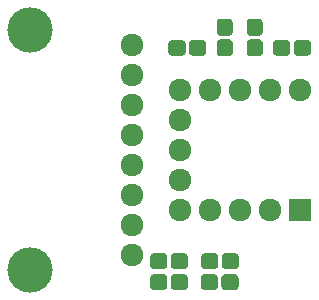
<source format=gbr>
G04 #@! TF.GenerationSoftware,KiCad,Pcbnew,(5.0.0)*
G04 #@! TF.CreationDate,2018-12-16T16:19:50-06:00*
G04 #@! TF.ProjectId,IMUBreakout_Hardware,494D55427265616B6F75745F48617264,rev?*
G04 #@! TF.SameCoordinates,Original*
G04 #@! TF.FileFunction,Soldermask,Top*
G04 #@! TF.FilePolarity,Negative*
%FSLAX46Y46*%
G04 Gerber Fmt 4.6, Leading zero omitted, Abs format (unit mm)*
G04 Created by KiCad (PCBNEW (5.0.0)) date 12/16/18 16:19:50*
%MOMM*%
%LPD*%
G01*
G04 APERTURE LIST*
%ADD10C,0.100000*%
%ADD11C,1.350000*%
%ADD12C,1.924000*%
%ADD13C,3.850000*%
%ADD14R,1.924000X1.924000*%
G04 APERTURE END LIST*
D10*
G04 #@! TO.C,R3*
G36*
X156072581Y-87925225D02*
X156105343Y-87930085D01*
X156137471Y-87938133D01*
X156168656Y-87949291D01*
X156198596Y-87963452D01*
X156227005Y-87980479D01*
X156253608Y-88000209D01*
X156278149Y-88022451D01*
X156300391Y-88046992D01*
X156320121Y-88073595D01*
X156337148Y-88102004D01*
X156351309Y-88131944D01*
X156362467Y-88163129D01*
X156370515Y-88195257D01*
X156375375Y-88228019D01*
X156377000Y-88261100D01*
X156377000Y-89036100D01*
X156375375Y-89069181D01*
X156370515Y-89101943D01*
X156362467Y-89134071D01*
X156351309Y-89165256D01*
X156337148Y-89195196D01*
X156320121Y-89223605D01*
X156300391Y-89250208D01*
X156278149Y-89274749D01*
X156253608Y-89296991D01*
X156227005Y-89316721D01*
X156198596Y-89333748D01*
X156168656Y-89347909D01*
X156137471Y-89359067D01*
X156105343Y-89367115D01*
X156072581Y-89371975D01*
X156039500Y-89373600D01*
X155364500Y-89373600D01*
X155331419Y-89371975D01*
X155298657Y-89367115D01*
X155266529Y-89359067D01*
X155235344Y-89347909D01*
X155205404Y-89333748D01*
X155176995Y-89316721D01*
X155150392Y-89296991D01*
X155125851Y-89274749D01*
X155103609Y-89250208D01*
X155083879Y-89223605D01*
X155066852Y-89195196D01*
X155052691Y-89165256D01*
X155041533Y-89134071D01*
X155033485Y-89101943D01*
X155028625Y-89069181D01*
X155027000Y-89036100D01*
X155027000Y-88261100D01*
X155028625Y-88228019D01*
X155033485Y-88195257D01*
X155041533Y-88163129D01*
X155052691Y-88131944D01*
X155066852Y-88102004D01*
X155083879Y-88073595D01*
X155103609Y-88046992D01*
X155125851Y-88022451D01*
X155150392Y-88000209D01*
X155176995Y-87980479D01*
X155205404Y-87963452D01*
X155235344Y-87949291D01*
X155266529Y-87938133D01*
X155298657Y-87930085D01*
X155331419Y-87925225D01*
X155364500Y-87923600D01*
X156039500Y-87923600D01*
X156072581Y-87925225D01*
X156072581Y-87925225D01*
G37*
D11*
X155702000Y-88648600D03*
D10*
G36*
X156072581Y-89675225D02*
X156105343Y-89680085D01*
X156137471Y-89688133D01*
X156168656Y-89699291D01*
X156198596Y-89713452D01*
X156227005Y-89730479D01*
X156253608Y-89750209D01*
X156278149Y-89772451D01*
X156300391Y-89796992D01*
X156320121Y-89823595D01*
X156337148Y-89852004D01*
X156351309Y-89881944D01*
X156362467Y-89913129D01*
X156370515Y-89945257D01*
X156375375Y-89978019D01*
X156377000Y-90011100D01*
X156377000Y-90786100D01*
X156375375Y-90819181D01*
X156370515Y-90851943D01*
X156362467Y-90884071D01*
X156351309Y-90915256D01*
X156337148Y-90945196D01*
X156320121Y-90973605D01*
X156300391Y-91000208D01*
X156278149Y-91024749D01*
X156253608Y-91046991D01*
X156227005Y-91066721D01*
X156198596Y-91083748D01*
X156168656Y-91097909D01*
X156137471Y-91109067D01*
X156105343Y-91117115D01*
X156072581Y-91121975D01*
X156039500Y-91123600D01*
X155364500Y-91123600D01*
X155331419Y-91121975D01*
X155298657Y-91117115D01*
X155266529Y-91109067D01*
X155235344Y-91097909D01*
X155205404Y-91083748D01*
X155176995Y-91066721D01*
X155150392Y-91046991D01*
X155125851Y-91024749D01*
X155103609Y-91000208D01*
X155083879Y-90973605D01*
X155066852Y-90945196D01*
X155052691Y-90915256D01*
X155041533Y-90884071D01*
X155033485Y-90851943D01*
X155028625Y-90819181D01*
X155027000Y-90786100D01*
X155027000Y-90011100D01*
X155028625Y-89978019D01*
X155033485Y-89945257D01*
X155041533Y-89913129D01*
X155052691Y-89881944D01*
X155066852Y-89852004D01*
X155083879Y-89823595D01*
X155103609Y-89796992D01*
X155125851Y-89772451D01*
X155150392Y-89750209D01*
X155176995Y-89730479D01*
X155205404Y-89713452D01*
X155235344Y-89699291D01*
X155266529Y-89688133D01*
X155298657Y-89680085D01*
X155331419Y-89675225D01*
X155364500Y-89673600D01*
X156039500Y-89673600D01*
X156072581Y-89675225D01*
X156072581Y-89675225D01*
G37*
D11*
X155702000Y-90398600D03*
G04 #@! TD*
D12*
G04 #@! TO.C,Conn1*
X147886958Y-107950000D03*
X147886958Y-105410000D03*
X147886958Y-102870000D03*
X147886958Y-100330000D03*
X147886958Y-97790000D03*
D13*
X139250958Y-109220000D03*
X139250958Y-88900000D03*
D12*
X147886958Y-95250000D03*
X147886958Y-92710000D03*
X147886958Y-90170000D03*
G04 #@! TD*
D10*
G04 #@! TO.C,R1*
G36*
X158612581Y-89675225D02*
X158645343Y-89680085D01*
X158677471Y-89688133D01*
X158708656Y-89699291D01*
X158738596Y-89713452D01*
X158767005Y-89730479D01*
X158793608Y-89750209D01*
X158818149Y-89772451D01*
X158840391Y-89796992D01*
X158860121Y-89823595D01*
X158877148Y-89852004D01*
X158891309Y-89881944D01*
X158902467Y-89913129D01*
X158910515Y-89945257D01*
X158915375Y-89978019D01*
X158917000Y-90011100D01*
X158917000Y-90786100D01*
X158915375Y-90819181D01*
X158910515Y-90851943D01*
X158902467Y-90884071D01*
X158891309Y-90915256D01*
X158877148Y-90945196D01*
X158860121Y-90973605D01*
X158840391Y-91000208D01*
X158818149Y-91024749D01*
X158793608Y-91046991D01*
X158767005Y-91066721D01*
X158738596Y-91083748D01*
X158708656Y-91097909D01*
X158677471Y-91109067D01*
X158645343Y-91117115D01*
X158612581Y-91121975D01*
X158579500Y-91123600D01*
X157904500Y-91123600D01*
X157871419Y-91121975D01*
X157838657Y-91117115D01*
X157806529Y-91109067D01*
X157775344Y-91097909D01*
X157745404Y-91083748D01*
X157716995Y-91066721D01*
X157690392Y-91046991D01*
X157665851Y-91024749D01*
X157643609Y-91000208D01*
X157623879Y-90973605D01*
X157606852Y-90945196D01*
X157592691Y-90915256D01*
X157581533Y-90884071D01*
X157573485Y-90851943D01*
X157568625Y-90819181D01*
X157567000Y-90786100D01*
X157567000Y-90011100D01*
X157568625Y-89978019D01*
X157573485Y-89945257D01*
X157581533Y-89913129D01*
X157592691Y-89881944D01*
X157606852Y-89852004D01*
X157623879Y-89823595D01*
X157643609Y-89796992D01*
X157665851Y-89772451D01*
X157690392Y-89750209D01*
X157716995Y-89730479D01*
X157745404Y-89713452D01*
X157775344Y-89699291D01*
X157806529Y-89688133D01*
X157838657Y-89680085D01*
X157871419Y-89675225D01*
X157904500Y-89673600D01*
X158579500Y-89673600D01*
X158612581Y-89675225D01*
X158612581Y-89675225D01*
G37*
D11*
X158242000Y-90398600D03*
D10*
G36*
X158612581Y-87925225D02*
X158645343Y-87930085D01*
X158677471Y-87938133D01*
X158708656Y-87949291D01*
X158738596Y-87963452D01*
X158767005Y-87980479D01*
X158793608Y-88000209D01*
X158818149Y-88022451D01*
X158840391Y-88046992D01*
X158860121Y-88073595D01*
X158877148Y-88102004D01*
X158891309Y-88131944D01*
X158902467Y-88163129D01*
X158910515Y-88195257D01*
X158915375Y-88228019D01*
X158917000Y-88261100D01*
X158917000Y-89036100D01*
X158915375Y-89069181D01*
X158910515Y-89101943D01*
X158902467Y-89134071D01*
X158891309Y-89165256D01*
X158877148Y-89195196D01*
X158860121Y-89223605D01*
X158840391Y-89250208D01*
X158818149Y-89274749D01*
X158793608Y-89296991D01*
X158767005Y-89316721D01*
X158738596Y-89333748D01*
X158708656Y-89347909D01*
X158677471Y-89359067D01*
X158645343Y-89367115D01*
X158612581Y-89371975D01*
X158579500Y-89373600D01*
X157904500Y-89373600D01*
X157871419Y-89371975D01*
X157838657Y-89367115D01*
X157806529Y-89359067D01*
X157775344Y-89347909D01*
X157745404Y-89333748D01*
X157716995Y-89316721D01*
X157690392Y-89296991D01*
X157665851Y-89274749D01*
X157643609Y-89250208D01*
X157623879Y-89223605D01*
X157606852Y-89195196D01*
X157592691Y-89165256D01*
X157581533Y-89134071D01*
X157573485Y-89101943D01*
X157568625Y-89069181D01*
X157567000Y-89036100D01*
X157567000Y-88261100D01*
X157568625Y-88228019D01*
X157573485Y-88195257D01*
X157581533Y-88163129D01*
X157592691Y-88131944D01*
X157606852Y-88102004D01*
X157623879Y-88073595D01*
X157643609Y-88046992D01*
X157665851Y-88022451D01*
X157690392Y-88000209D01*
X157716995Y-87980479D01*
X157745404Y-87963452D01*
X157775344Y-87949291D01*
X157806529Y-87938133D01*
X157838657Y-87930085D01*
X157871419Y-87925225D01*
X157904500Y-87923600D01*
X158579500Y-87923600D01*
X158612581Y-87925225D01*
X158612581Y-87925225D01*
G37*
D11*
X158242000Y-88648600D03*
G04 #@! TD*
D10*
G04 #@! TO.C,R2*
G36*
X160948581Y-89725225D02*
X160981343Y-89730085D01*
X161013471Y-89738133D01*
X161044656Y-89749291D01*
X161074596Y-89763452D01*
X161103005Y-89780479D01*
X161129608Y-89800209D01*
X161154149Y-89822451D01*
X161176391Y-89846992D01*
X161196121Y-89873595D01*
X161213148Y-89902004D01*
X161227309Y-89931944D01*
X161238467Y-89963129D01*
X161246515Y-89995257D01*
X161251375Y-90028019D01*
X161253000Y-90061100D01*
X161253000Y-90736100D01*
X161251375Y-90769181D01*
X161246515Y-90801943D01*
X161238467Y-90834071D01*
X161227309Y-90865256D01*
X161213148Y-90895196D01*
X161196121Y-90923605D01*
X161176391Y-90950208D01*
X161154149Y-90974749D01*
X161129608Y-90996991D01*
X161103005Y-91016721D01*
X161074596Y-91033748D01*
X161044656Y-91047909D01*
X161013471Y-91059067D01*
X160981343Y-91067115D01*
X160948581Y-91071975D01*
X160915500Y-91073600D01*
X160140500Y-91073600D01*
X160107419Y-91071975D01*
X160074657Y-91067115D01*
X160042529Y-91059067D01*
X160011344Y-91047909D01*
X159981404Y-91033748D01*
X159952995Y-91016721D01*
X159926392Y-90996991D01*
X159901851Y-90974749D01*
X159879609Y-90950208D01*
X159859879Y-90923605D01*
X159842852Y-90895196D01*
X159828691Y-90865256D01*
X159817533Y-90834071D01*
X159809485Y-90801943D01*
X159804625Y-90769181D01*
X159803000Y-90736100D01*
X159803000Y-90061100D01*
X159804625Y-90028019D01*
X159809485Y-89995257D01*
X159817533Y-89963129D01*
X159828691Y-89931944D01*
X159842852Y-89902004D01*
X159859879Y-89873595D01*
X159879609Y-89846992D01*
X159901851Y-89822451D01*
X159926392Y-89800209D01*
X159952995Y-89780479D01*
X159981404Y-89763452D01*
X160011344Y-89749291D01*
X160042529Y-89738133D01*
X160074657Y-89730085D01*
X160107419Y-89725225D01*
X160140500Y-89723600D01*
X160915500Y-89723600D01*
X160948581Y-89725225D01*
X160948581Y-89725225D01*
G37*
D11*
X160528000Y-90398600D03*
D10*
G36*
X162698581Y-89725225D02*
X162731343Y-89730085D01*
X162763471Y-89738133D01*
X162794656Y-89749291D01*
X162824596Y-89763452D01*
X162853005Y-89780479D01*
X162879608Y-89800209D01*
X162904149Y-89822451D01*
X162926391Y-89846992D01*
X162946121Y-89873595D01*
X162963148Y-89902004D01*
X162977309Y-89931944D01*
X162988467Y-89963129D01*
X162996515Y-89995257D01*
X163001375Y-90028019D01*
X163003000Y-90061100D01*
X163003000Y-90736100D01*
X163001375Y-90769181D01*
X162996515Y-90801943D01*
X162988467Y-90834071D01*
X162977309Y-90865256D01*
X162963148Y-90895196D01*
X162946121Y-90923605D01*
X162926391Y-90950208D01*
X162904149Y-90974749D01*
X162879608Y-90996991D01*
X162853005Y-91016721D01*
X162824596Y-91033748D01*
X162794656Y-91047909D01*
X162763471Y-91059067D01*
X162731343Y-91067115D01*
X162698581Y-91071975D01*
X162665500Y-91073600D01*
X161890500Y-91073600D01*
X161857419Y-91071975D01*
X161824657Y-91067115D01*
X161792529Y-91059067D01*
X161761344Y-91047909D01*
X161731404Y-91033748D01*
X161702995Y-91016721D01*
X161676392Y-90996991D01*
X161651851Y-90974749D01*
X161629609Y-90950208D01*
X161609879Y-90923605D01*
X161592852Y-90895196D01*
X161578691Y-90865256D01*
X161567533Y-90834071D01*
X161559485Y-90801943D01*
X161554625Y-90769181D01*
X161553000Y-90736100D01*
X161553000Y-90061100D01*
X161554625Y-90028019D01*
X161559485Y-89995257D01*
X161567533Y-89963129D01*
X161578691Y-89931944D01*
X161592852Y-89902004D01*
X161609879Y-89873595D01*
X161629609Y-89846992D01*
X161651851Y-89822451D01*
X161676392Y-89800209D01*
X161702995Y-89780479D01*
X161731404Y-89763452D01*
X161761344Y-89749291D01*
X161792529Y-89738133D01*
X161824657Y-89730085D01*
X161857419Y-89725225D01*
X161890500Y-89723600D01*
X162665500Y-89723600D01*
X162698581Y-89725225D01*
X162698581Y-89725225D01*
G37*
D11*
X162278000Y-90398600D03*
G04 #@! TD*
D10*
G04 #@! TO.C,R4*
G36*
X152086581Y-89725225D02*
X152119343Y-89730085D01*
X152151471Y-89738133D01*
X152182656Y-89749291D01*
X152212596Y-89763452D01*
X152241005Y-89780479D01*
X152267608Y-89800209D01*
X152292149Y-89822451D01*
X152314391Y-89846992D01*
X152334121Y-89873595D01*
X152351148Y-89902004D01*
X152365309Y-89931944D01*
X152376467Y-89963129D01*
X152384515Y-89995257D01*
X152389375Y-90028019D01*
X152391000Y-90061100D01*
X152391000Y-90736100D01*
X152389375Y-90769181D01*
X152384515Y-90801943D01*
X152376467Y-90834071D01*
X152365309Y-90865256D01*
X152351148Y-90895196D01*
X152334121Y-90923605D01*
X152314391Y-90950208D01*
X152292149Y-90974749D01*
X152267608Y-90996991D01*
X152241005Y-91016721D01*
X152212596Y-91033748D01*
X152182656Y-91047909D01*
X152151471Y-91059067D01*
X152119343Y-91067115D01*
X152086581Y-91071975D01*
X152053500Y-91073600D01*
X151278500Y-91073600D01*
X151245419Y-91071975D01*
X151212657Y-91067115D01*
X151180529Y-91059067D01*
X151149344Y-91047909D01*
X151119404Y-91033748D01*
X151090995Y-91016721D01*
X151064392Y-90996991D01*
X151039851Y-90974749D01*
X151017609Y-90950208D01*
X150997879Y-90923605D01*
X150980852Y-90895196D01*
X150966691Y-90865256D01*
X150955533Y-90834071D01*
X150947485Y-90801943D01*
X150942625Y-90769181D01*
X150941000Y-90736100D01*
X150941000Y-90061100D01*
X150942625Y-90028019D01*
X150947485Y-89995257D01*
X150955533Y-89963129D01*
X150966691Y-89931944D01*
X150980852Y-89902004D01*
X150997879Y-89873595D01*
X151017609Y-89846992D01*
X151039851Y-89822451D01*
X151064392Y-89800209D01*
X151090995Y-89780479D01*
X151119404Y-89763452D01*
X151149344Y-89749291D01*
X151180529Y-89738133D01*
X151212657Y-89730085D01*
X151245419Y-89725225D01*
X151278500Y-89723600D01*
X152053500Y-89723600D01*
X152086581Y-89725225D01*
X152086581Y-89725225D01*
G37*
D11*
X151666000Y-90398600D03*
D10*
G36*
X153836581Y-89725225D02*
X153869343Y-89730085D01*
X153901471Y-89738133D01*
X153932656Y-89749291D01*
X153962596Y-89763452D01*
X153991005Y-89780479D01*
X154017608Y-89800209D01*
X154042149Y-89822451D01*
X154064391Y-89846992D01*
X154084121Y-89873595D01*
X154101148Y-89902004D01*
X154115309Y-89931944D01*
X154126467Y-89963129D01*
X154134515Y-89995257D01*
X154139375Y-90028019D01*
X154141000Y-90061100D01*
X154141000Y-90736100D01*
X154139375Y-90769181D01*
X154134515Y-90801943D01*
X154126467Y-90834071D01*
X154115309Y-90865256D01*
X154101148Y-90895196D01*
X154084121Y-90923605D01*
X154064391Y-90950208D01*
X154042149Y-90974749D01*
X154017608Y-90996991D01*
X153991005Y-91016721D01*
X153962596Y-91033748D01*
X153932656Y-91047909D01*
X153901471Y-91059067D01*
X153869343Y-91067115D01*
X153836581Y-91071975D01*
X153803500Y-91073600D01*
X153028500Y-91073600D01*
X152995419Y-91071975D01*
X152962657Y-91067115D01*
X152930529Y-91059067D01*
X152899344Y-91047909D01*
X152869404Y-91033748D01*
X152840995Y-91016721D01*
X152814392Y-90996991D01*
X152789851Y-90974749D01*
X152767609Y-90950208D01*
X152747879Y-90923605D01*
X152730852Y-90895196D01*
X152716691Y-90865256D01*
X152705533Y-90834071D01*
X152697485Y-90801943D01*
X152692625Y-90769181D01*
X152691000Y-90736100D01*
X152691000Y-90061100D01*
X152692625Y-90028019D01*
X152697485Y-89995257D01*
X152705533Y-89963129D01*
X152716691Y-89931944D01*
X152730852Y-89902004D01*
X152747879Y-89873595D01*
X152767609Y-89846992D01*
X152789851Y-89822451D01*
X152814392Y-89800209D01*
X152840995Y-89780479D01*
X152869404Y-89763452D01*
X152899344Y-89749291D01*
X152930529Y-89738133D01*
X152962657Y-89730085D01*
X152995419Y-89725225D01*
X153028500Y-89723600D01*
X153803500Y-89723600D01*
X153836581Y-89725225D01*
X153836581Y-89725225D01*
G37*
D11*
X153416000Y-90398600D03*
G04 #@! TD*
D12*
G04 #@! TO.C,U1*
X151892000Y-93980000D03*
X151892000Y-96520000D03*
X151892000Y-99060000D03*
X151892000Y-101600000D03*
X151892000Y-104140000D03*
X154432000Y-104140000D03*
X156972000Y-104140000D03*
X159512000Y-104140000D03*
D14*
X162052000Y-104140000D03*
D12*
X154432000Y-93980000D03*
X156972000Y-93980000D03*
X159512000Y-93980000D03*
X162052000Y-93980000D03*
G04 #@! TD*
D10*
G04 #@! TO.C,D1*
G36*
X156574581Y-109562625D02*
X156607343Y-109567485D01*
X156639471Y-109575533D01*
X156670656Y-109586691D01*
X156700596Y-109600852D01*
X156729005Y-109617879D01*
X156755608Y-109637609D01*
X156780149Y-109659851D01*
X156802391Y-109684392D01*
X156822121Y-109710995D01*
X156839148Y-109739404D01*
X156853309Y-109769344D01*
X156864467Y-109800529D01*
X156872515Y-109832657D01*
X156877375Y-109865419D01*
X156879000Y-109898500D01*
X156879000Y-110573500D01*
X156877375Y-110606581D01*
X156872515Y-110639343D01*
X156864467Y-110671471D01*
X156853309Y-110702656D01*
X156839148Y-110732596D01*
X156822121Y-110761005D01*
X156802391Y-110787608D01*
X156780149Y-110812149D01*
X156755608Y-110834391D01*
X156729005Y-110854121D01*
X156700596Y-110871148D01*
X156670656Y-110885309D01*
X156639471Y-110896467D01*
X156607343Y-110904515D01*
X156574581Y-110909375D01*
X156541500Y-110911000D01*
X155766500Y-110911000D01*
X155733419Y-110909375D01*
X155700657Y-110904515D01*
X155668529Y-110896467D01*
X155637344Y-110885309D01*
X155607404Y-110871148D01*
X155578995Y-110854121D01*
X155552392Y-110834391D01*
X155527851Y-110812149D01*
X155505609Y-110787608D01*
X155485879Y-110761005D01*
X155468852Y-110732596D01*
X155454691Y-110702656D01*
X155443533Y-110671471D01*
X155435485Y-110639343D01*
X155430625Y-110606581D01*
X155429000Y-110573500D01*
X155429000Y-109898500D01*
X155430625Y-109865419D01*
X155435485Y-109832657D01*
X155443533Y-109800529D01*
X155454691Y-109769344D01*
X155468852Y-109739404D01*
X155485879Y-109710995D01*
X155505609Y-109684392D01*
X155527851Y-109659851D01*
X155552392Y-109637609D01*
X155578995Y-109617879D01*
X155607404Y-109600852D01*
X155637344Y-109586691D01*
X155668529Y-109575533D01*
X155700657Y-109567485D01*
X155733419Y-109562625D01*
X155766500Y-109561000D01*
X156541500Y-109561000D01*
X156574581Y-109562625D01*
X156574581Y-109562625D01*
G37*
D11*
X156154000Y-110236000D03*
D10*
G36*
X154824581Y-109562625D02*
X154857343Y-109567485D01*
X154889471Y-109575533D01*
X154920656Y-109586691D01*
X154950596Y-109600852D01*
X154979005Y-109617879D01*
X155005608Y-109637609D01*
X155030149Y-109659851D01*
X155052391Y-109684392D01*
X155072121Y-109710995D01*
X155089148Y-109739404D01*
X155103309Y-109769344D01*
X155114467Y-109800529D01*
X155122515Y-109832657D01*
X155127375Y-109865419D01*
X155129000Y-109898500D01*
X155129000Y-110573500D01*
X155127375Y-110606581D01*
X155122515Y-110639343D01*
X155114467Y-110671471D01*
X155103309Y-110702656D01*
X155089148Y-110732596D01*
X155072121Y-110761005D01*
X155052391Y-110787608D01*
X155030149Y-110812149D01*
X155005608Y-110834391D01*
X154979005Y-110854121D01*
X154950596Y-110871148D01*
X154920656Y-110885309D01*
X154889471Y-110896467D01*
X154857343Y-110904515D01*
X154824581Y-110909375D01*
X154791500Y-110911000D01*
X154016500Y-110911000D01*
X153983419Y-110909375D01*
X153950657Y-110904515D01*
X153918529Y-110896467D01*
X153887344Y-110885309D01*
X153857404Y-110871148D01*
X153828995Y-110854121D01*
X153802392Y-110834391D01*
X153777851Y-110812149D01*
X153755609Y-110787608D01*
X153735879Y-110761005D01*
X153718852Y-110732596D01*
X153704691Y-110702656D01*
X153693533Y-110671471D01*
X153685485Y-110639343D01*
X153680625Y-110606581D01*
X153679000Y-110573500D01*
X153679000Y-109898500D01*
X153680625Y-109865419D01*
X153685485Y-109832657D01*
X153693533Y-109800529D01*
X153704691Y-109769344D01*
X153718852Y-109739404D01*
X153735879Y-109710995D01*
X153755609Y-109684392D01*
X153777851Y-109659851D01*
X153802392Y-109637609D01*
X153828995Y-109617879D01*
X153857404Y-109600852D01*
X153887344Y-109586691D01*
X153918529Y-109575533D01*
X153950657Y-109567485D01*
X153983419Y-109562625D01*
X154016500Y-109561000D01*
X154791500Y-109561000D01*
X154824581Y-109562625D01*
X154824581Y-109562625D01*
G37*
D11*
X154404000Y-110236000D03*
G04 #@! TD*
D10*
G04 #@! TO.C,D2*
G36*
X154852581Y-107784625D02*
X154885343Y-107789485D01*
X154917471Y-107797533D01*
X154948656Y-107808691D01*
X154978596Y-107822852D01*
X155007005Y-107839879D01*
X155033608Y-107859609D01*
X155058149Y-107881851D01*
X155080391Y-107906392D01*
X155100121Y-107932995D01*
X155117148Y-107961404D01*
X155131309Y-107991344D01*
X155142467Y-108022529D01*
X155150515Y-108054657D01*
X155155375Y-108087419D01*
X155157000Y-108120500D01*
X155157000Y-108795500D01*
X155155375Y-108828581D01*
X155150515Y-108861343D01*
X155142467Y-108893471D01*
X155131309Y-108924656D01*
X155117148Y-108954596D01*
X155100121Y-108983005D01*
X155080391Y-109009608D01*
X155058149Y-109034149D01*
X155033608Y-109056391D01*
X155007005Y-109076121D01*
X154978596Y-109093148D01*
X154948656Y-109107309D01*
X154917471Y-109118467D01*
X154885343Y-109126515D01*
X154852581Y-109131375D01*
X154819500Y-109133000D01*
X154044500Y-109133000D01*
X154011419Y-109131375D01*
X153978657Y-109126515D01*
X153946529Y-109118467D01*
X153915344Y-109107309D01*
X153885404Y-109093148D01*
X153856995Y-109076121D01*
X153830392Y-109056391D01*
X153805851Y-109034149D01*
X153783609Y-109009608D01*
X153763879Y-108983005D01*
X153746852Y-108954596D01*
X153732691Y-108924656D01*
X153721533Y-108893471D01*
X153713485Y-108861343D01*
X153708625Y-108828581D01*
X153707000Y-108795500D01*
X153707000Y-108120500D01*
X153708625Y-108087419D01*
X153713485Y-108054657D01*
X153721533Y-108022529D01*
X153732691Y-107991344D01*
X153746852Y-107961404D01*
X153763879Y-107932995D01*
X153783609Y-107906392D01*
X153805851Y-107881851D01*
X153830392Y-107859609D01*
X153856995Y-107839879D01*
X153885404Y-107822852D01*
X153915344Y-107808691D01*
X153946529Y-107797533D01*
X153978657Y-107789485D01*
X154011419Y-107784625D01*
X154044500Y-107783000D01*
X154819500Y-107783000D01*
X154852581Y-107784625D01*
X154852581Y-107784625D01*
G37*
D11*
X154432000Y-108458000D03*
D10*
G36*
X156602581Y-107784625D02*
X156635343Y-107789485D01*
X156667471Y-107797533D01*
X156698656Y-107808691D01*
X156728596Y-107822852D01*
X156757005Y-107839879D01*
X156783608Y-107859609D01*
X156808149Y-107881851D01*
X156830391Y-107906392D01*
X156850121Y-107932995D01*
X156867148Y-107961404D01*
X156881309Y-107991344D01*
X156892467Y-108022529D01*
X156900515Y-108054657D01*
X156905375Y-108087419D01*
X156907000Y-108120500D01*
X156907000Y-108795500D01*
X156905375Y-108828581D01*
X156900515Y-108861343D01*
X156892467Y-108893471D01*
X156881309Y-108924656D01*
X156867148Y-108954596D01*
X156850121Y-108983005D01*
X156830391Y-109009608D01*
X156808149Y-109034149D01*
X156783608Y-109056391D01*
X156757005Y-109076121D01*
X156728596Y-109093148D01*
X156698656Y-109107309D01*
X156667471Y-109118467D01*
X156635343Y-109126515D01*
X156602581Y-109131375D01*
X156569500Y-109133000D01*
X155794500Y-109133000D01*
X155761419Y-109131375D01*
X155728657Y-109126515D01*
X155696529Y-109118467D01*
X155665344Y-109107309D01*
X155635404Y-109093148D01*
X155606995Y-109076121D01*
X155580392Y-109056391D01*
X155555851Y-109034149D01*
X155533609Y-109009608D01*
X155513879Y-108983005D01*
X155496852Y-108954596D01*
X155482691Y-108924656D01*
X155471533Y-108893471D01*
X155463485Y-108861343D01*
X155458625Y-108828581D01*
X155457000Y-108795500D01*
X155457000Y-108120500D01*
X155458625Y-108087419D01*
X155463485Y-108054657D01*
X155471533Y-108022529D01*
X155482691Y-107991344D01*
X155496852Y-107961404D01*
X155513879Y-107932995D01*
X155533609Y-107906392D01*
X155555851Y-107881851D01*
X155580392Y-107859609D01*
X155606995Y-107839879D01*
X155635404Y-107822852D01*
X155665344Y-107808691D01*
X155696529Y-107797533D01*
X155728657Y-107789485D01*
X155761419Y-107784625D01*
X155794500Y-107783000D01*
X156569500Y-107783000D01*
X156602581Y-107784625D01*
X156602581Y-107784625D01*
G37*
D11*
X156182000Y-108458000D03*
G04 #@! TD*
D10*
G04 #@! TO.C,R5*
G36*
X150534581Y-109562625D02*
X150567343Y-109567485D01*
X150599471Y-109575533D01*
X150630656Y-109586691D01*
X150660596Y-109600852D01*
X150689005Y-109617879D01*
X150715608Y-109637609D01*
X150740149Y-109659851D01*
X150762391Y-109684392D01*
X150782121Y-109710995D01*
X150799148Y-109739404D01*
X150813309Y-109769344D01*
X150824467Y-109800529D01*
X150832515Y-109832657D01*
X150837375Y-109865419D01*
X150839000Y-109898500D01*
X150839000Y-110573500D01*
X150837375Y-110606581D01*
X150832515Y-110639343D01*
X150824467Y-110671471D01*
X150813309Y-110702656D01*
X150799148Y-110732596D01*
X150782121Y-110761005D01*
X150762391Y-110787608D01*
X150740149Y-110812149D01*
X150715608Y-110834391D01*
X150689005Y-110854121D01*
X150660596Y-110871148D01*
X150630656Y-110885309D01*
X150599471Y-110896467D01*
X150567343Y-110904515D01*
X150534581Y-110909375D01*
X150501500Y-110911000D01*
X149726500Y-110911000D01*
X149693419Y-110909375D01*
X149660657Y-110904515D01*
X149628529Y-110896467D01*
X149597344Y-110885309D01*
X149567404Y-110871148D01*
X149538995Y-110854121D01*
X149512392Y-110834391D01*
X149487851Y-110812149D01*
X149465609Y-110787608D01*
X149445879Y-110761005D01*
X149428852Y-110732596D01*
X149414691Y-110702656D01*
X149403533Y-110671471D01*
X149395485Y-110639343D01*
X149390625Y-110606581D01*
X149389000Y-110573500D01*
X149389000Y-109898500D01*
X149390625Y-109865419D01*
X149395485Y-109832657D01*
X149403533Y-109800529D01*
X149414691Y-109769344D01*
X149428852Y-109739404D01*
X149445879Y-109710995D01*
X149465609Y-109684392D01*
X149487851Y-109659851D01*
X149512392Y-109637609D01*
X149538995Y-109617879D01*
X149567404Y-109600852D01*
X149597344Y-109586691D01*
X149628529Y-109575533D01*
X149660657Y-109567485D01*
X149693419Y-109562625D01*
X149726500Y-109561000D01*
X150501500Y-109561000D01*
X150534581Y-109562625D01*
X150534581Y-109562625D01*
G37*
D11*
X150114000Y-110236000D03*
D10*
G36*
X152284581Y-109562625D02*
X152317343Y-109567485D01*
X152349471Y-109575533D01*
X152380656Y-109586691D01*
X152410596Y-109600852D01*
X152439005Y-109617879D01*
X152465608Y-109637609D01*
X152490149Y-109659851D01*
X152512391Y-109684392D01*
X152532121Y-109710995D01*
X152549148Y-109739404D01*
X152563309Y-109769344D01*
X152574467Y-109800529D01*
X152582515Y-109832657D01*
X152587375Y-109865419D01*
X152589000Y-109898500D01*
X152589000Y-110573500D01*
X152587375Y-110606581D01*
X152582515Y-110639343D01*
X152574467Y-110671471D01*
X152563309Y-110702656D01*
X152549148Y-110732596D01*
X152532121Y-110761005D01*
X152512391Y-110787608D01*
X152490149Y-110812149D01*
X152465608Y-110834391D01*
X152439005Y-110854121D01*
X152410596Y-110871148D01*
X152380656Y-110885309D01*
X152349471Y-110896467D01*
X152317343Y-110904515D01*
X152284581Y-110909375D01*
X152251500Y-110911000D01*
X151476500Y-110911000D01*
X151443419Y-110909375D01*
X151410657Y-110904515D01*
X151378529Y-110896467D01*
X151347344Y-110885309D01*
X151317404Y-110871148D01*
X151288995Y-110854121D01*
X151262392Y-110834391D01*
X151237851Y-110812149D01*
X151215609Y-110787608D01*
X151195879Y-110761005D01*
X151178852Y-110732596D01*
X151164691Y-110702656D01*
X151153533Y-110671471D01*
X151145485Y-110639343D01*
X151140625Y-110606581D01*
X151139000Y-110573500D01*
X151139000Y-109898500D01*
X151140625Y-109865419D01*
X151145485Y-109832657D01*
X151153533Y-109800529D01*
X151164691Y-109769344D01*
X151178852Y-109739404D01*
X151195879Y-109710995D01*
X151215609Y-109684392D01*
X151237851Y-109659851D01*
X151262392Y-109637609D01*
X151288995Y-109617879D01*
X151317404Y-109600852D01*
X151347344Y-109586691D01*
X151378529Y-109575533D01*
X151410657Y-109567485D01*
X151443419Y-109562625D01*
X151476500Y-109561000D01*
X152251500Y-109561000D01*
X152284581Y-109562625D01*
X152284581Y-109562625D01*
G37*
D11*
X151864000Y-110236000D03*
G04 #@! TD*
D10*
G04 #@! TO.C,R6*
G36*
X152284581Y-107784625D02*
X152317343Y-107789485D01*
X152349471Y-107797533D01*
X152380656Y-107808691D01*
X152410596Y-107822852D01*
X152439005Y-107839879D01*
X152465608Y-107859609D01*
X152490149Y-107881851D01*
X152512391Y-107906392D01*
X152532121Y-107932995D01*
X152549148Y-107961404D01*
X152563309Y-107991344D01*
X152574467Y-108022529D01*
X152582515Y-108054657D01*
X152587375Y-108087419D01*
X152589000Y-108120500D01*
X152589000Y-108795500D01*
X152587375Y-108828581D01*
X152582515Y-108861343D01*
X152574467Y-108893471D01*
X152563309Y-108924656D01*
X152549148Y-108954596D01*
X152532121Y-108983005D01*
X152512391Y-109009608D01*
X152490149Y-109034149D01*
X152465608Y-109056391D01*
X152439005Y-109076121D01*
X152410596Y-109093148D01*
X152380656Y-109107309D01*
X152349471Y-109118467D01*
X152317343Y-109126515D01*
X152284581Y-109131375D01*
X152251500Y-109133000D01*
X151476500Y-109133000D01*
X151443419Y-109131375D01*
X151410657Y-109126515D01*
X151378529Y-109118467D01*
X151347344Y-109107309D01*
X151317404Y-109093148D01*
X151288995Y-109076121D01*
X151262392Y-109056391D01*
X151237851Y-109034149D01*
X151215609Y-109009608D01*
X151195879Y-108983005D01*
X151178852Y-108954596D01*
X151164691Y-108924656D01*
X151153533Y-108893471D01*
X151145485Y-108861343D01*
X151140625Y-108828581D01*
X151139000Y-108795500D01*
X151139000Y-108120500D01*
X151140625Y-108087419D01*
X151145485Y-108054657D01*
X151153533Y-108022529D01*
X151164691Y-107991344D01*
X151178852Y-107961404D01*
X151195879Y-107932995D01*
X151215609Y-107906392D01*
X151237851Y-107881851D01*
X151262392Y-107859609D01*
X151288995Y-107839879D01*
X151317404Y-107822852D01*
X151347344Y-107808691D01*
X151378529Y-107797533D01*
X151410657Y-107789485D01*
X151443419Y-107784625D01*
X151476500Y-107783000D01*
X152251500Y-107783000D01*
X152284581Y-107784625D01*
X152284581Y-107784625D01*
G37*
D11*
X151864000Y-108458000D03*
D10*
G36*
X150534581Y-107784625D02*
X150567343Y-107789485D01*
X150599471Y-107797533D01*
X150630656Y-107808691D01*
X150660596Y-107822852D01*
X150689005Y-107839879D01*
X150715608Y-107859609D01*
X150740149Y-107881851D01*
X150762391Y-107906392D01*
X150782121Y-107932995D01*
X150799148Y-107961404D01*
X150813309Y-107991344D01*
X150824467Y-108022529D01*
X150832515Y-108054657D01*
X150837375Y-108087419D01*
X150839000Y-108120500D01*
X150839000Y-108795500D01*
X150837375Y-108828581D01*
X150832515Y-108861343D01*
X150824467Y-108893471D01*
X150813309Y-108924656D01*
X150799148Y-108954596D01*
X150782121Y-108983005D01*
X150762391Y-109009608D01*
X150740149Y-109034149D01*
X150715608Y-109056391D01*
X150689005Y-109076121D01*
X150660596Y-109093148D01*
X150630656Y-109107309D01*
X150599471Y-109118467D01*
X150567343Y-109126515D01*
X150534581Y-109131375D01*
X150501500Y-109133000D01*
X149726500Y-109133000D01*
X149693419Y-109131375D01*
X149660657Y-109126515D01*
X149628529Y-109118467D01*
X149597344Y-109107309D01*
X149567404Y-109093148D01*
X149538995Y-109076121D01*
X149512392Y-109056391D01*
X149487851Y-109034149D01*
X149465609Y-109009608D01*
X149445879Y-108983005D01*
X149428852Y-108954596D01*
X149414691Y-108924656D01*
X149403533Y-108893471D01*
X149395485Y-108861343D01*
X149390625Y-108828581D01*
X149389000Y-108795500D01*
X149389000Y-108120500D01*
X149390625Y-108087419D01*
X149395485Y-108054657D01*
X149403533Y-108022529D01*
X149414691Y-107991344D01*
X149428852Y-107961404D01*
X149445879Y-107932995D01*
X149465609Y-107906392D01*
X149487851Y-107881851D01*
X149512392Y-107859609D01*
X149538995Y-107839879D01*
X149567404Y-107822852D01*
X149597344Y-107808691D01*
X149628529Y-107797533D01*
X149660657Y-107789485D01*
X149693419Y-107784625D01*
X149726500Y-107783000D01*
X150501500Y-107783000D01*
X150534581Y-107784625D01*
X150534581Y-107784625D01*
G37*
D11*
X150114000Y-108458000D03*
G04 #@! TD*
M02*

</source>
